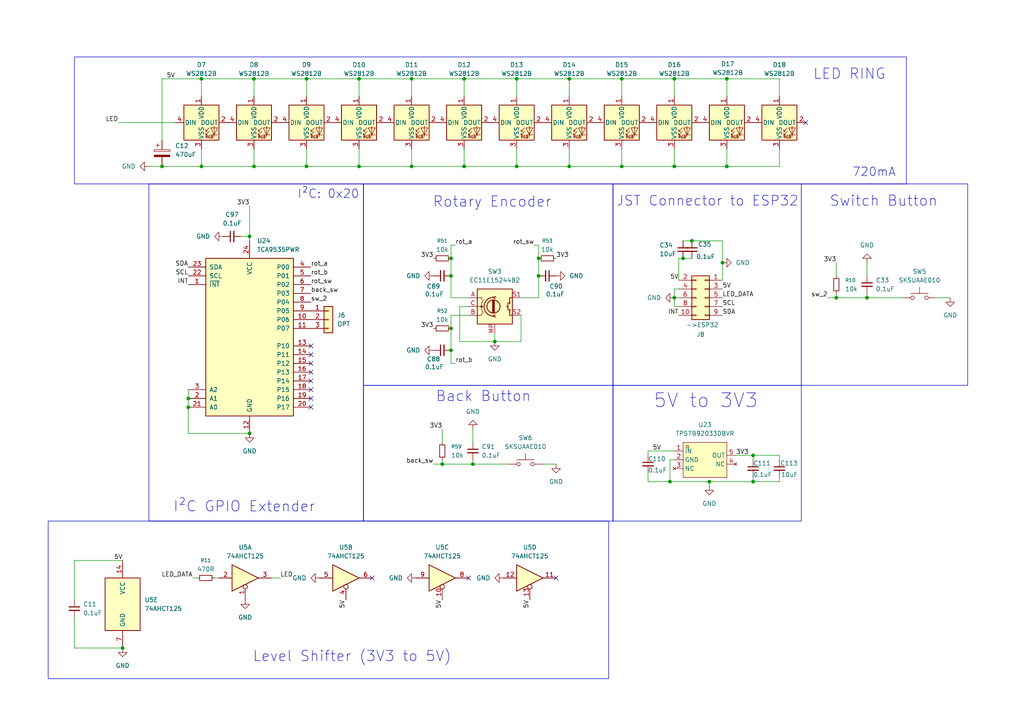
<source format=kicad_sch>
(kicad_sch (version 20250114) (generator "eeschema") (generator_version "9.0")
  (paper "A4")
  (lib_symbols
    (symbol "74xx:74AHCT125" (pin_names (offset 1.016))
      (property "Reference" "U" (at 0 1.27 0))
      (property "Value" "74AHCT125" (at 0 -1.27 0))
      (symbol "74AHCT125_1_0"
        (polyline (pts (xy -3.81 3.81) (xy -3.81 -3.81) (xy 3.81 0) (xy -3.81 3.81)) (stroke (width 0.254)) (fill (type background)))
        (pin input line (at -7.62 0 0) (length 3.81) (name "~") (number "2"))
        (pin input inverted (at 0 -6.35 90) (length 4.445) (name "~") (number "1"))
        (pin tri_state line (at 7.62 0 180) (length 3.81) (name "~") (number "3"))
      )
      (symbol "74AHCT125_2_0"
        (polyline (pts (xy -3.81 3.81) (xy -3.81 -3.81) (xy 3.81 0) (xy -3.81 3.81)) (stroke (width 0.254)) (fill (type background)))
        (pin input line (at -7.62 0 0) (length 3.81) (name "~") (number "5"))
        (pin input inverted (at 0 -6.35 90) (length 4.445) (name "~") (number "4"))
        (pin tri_state line (at 7.62 0 180) (length 3.81) (name "~") (number "6"))
      )
      (symbol "74AHCT125_3_0"
        (polyline (pts (xy -3.81 3.81) (xy -3.81 -3.81) (xy 3.81 0) (xy -3.81 3.81)) (stroke (width 0.254)) (fill (type background)))
        (pin input line (at -7.62 0 0) (length 3.81) (name "~") (number "9"))
        (pin input inverted (at 0 -6.35 90) (length 4.445) (name "~") (number "10"))
        (pin tri_state line (at 7.62 0 180) (length 3.81) (name "~") (number "8"))
      )
      (symbol "74AHCT125_4_0"
        (polyline (pts (xy -3.81 3.81) (xy -3.81 -3.81) (xy 3.81 0) (xy -3.81 3.81)) (stroke (width 0.254)) (fill (type background)))
        (pin input line (at -7.62 0 0) (length 3.81) (name "~") (number "12"))
        (pin input inverted (at 0 -6.35 90) (length 4.445) (name "~") (number "13"))
        (pin tri_state line (at 7.62 0 180) (length 3.81) (name "~") (number "11"))
      )
      (symbol "74AHCT125_5_0"
        (pin power_in line (at 0 12.7 270) (length 5.08) (name "VCC") (number "14"))
        (pin power_in line (at 0 -12.7 90) (length 5.08) (name "GND") (number "7"))
      )
      (symbol "74AHCT125_5_1"
        (rectangle (start -5.08 7.62) (end 5.08 -7.62) (stroke (width 0.254)) (fill (type background)))
      )
    )
    (symbol "Connector_Generic:Conn_01x03" (pin_names (offset 1.016) (hide yes))
      (property "Reference" "J" (at 0 5.08 0))
      (property "Value" "Conn_01x03" (at 0 -5.08 0))
      (symbol "Conn_01x03_1_1"
        (rectangle (start -1.27 3.81) (end 1.27 -3.81) (stroke (width 0.254)) (fill (type background)))
        (rectangle (start -1.27 2.667) (end 0 2.413) (stroke (width 0.1524)))
        (rectangle (start -1.27 0.127) (end 0 -0.127) (stroke (width 0.1524)))
        (rectangle (start -1.27 -2.413) (end 0 -2.667) (stroke (width 0.1524)))
        (pin passive line (at -5.08 2.54 0) (length 3.81) (name "Pin_1") (number "1"))
        (pin passive line (at -5.08 0 0) (length 3.81) (name "Pin_2") (number "2"))
        (pin passive line (at -5.08 -2.54 0) (length 3.81) (name "Pin_3") (number "3"))
      )
    )
    (symbol "Connector_Generic:Conn_02x05_Odd_Even" (pin_names (offset 1.016) (hide yes))
      (property "Reference" "J" (at 1.27 7.62 0))
      (property "Value" "Conn_02x05_Odd_Even" (at 1.27 -7.62 0))
      (symbol "Conn_02x05_Odd_Even_1_1"
        (rectangle (start -1.27 6.35) (end 3.81 -6.35) (stroke (width 0.254)) (fill (type background)))
        (rectangle (start -1.27 5.207) (end 0 4.953) (stroke (width 0.1524)))
        (rectangle (start -1.27 2.667) (end 0 2.413) (stroke (width 0.1524)))
        (rectangle (start -1.27 0.127) (end 0 -0.127) (stroke (width 0.1524)))
        (rectangle (start -1.27 -2.413) (end 0 -2.667) (stroke (width 0.1524)))
        (rectangle (start -1.27 -4.953) (end 0 -5.207) (stroke (width 0.1524)))
        (rectangle (start 3.81 5.207) (end 2.54 4.953) (stroke (width 0.1524)))
        (rectangle (start 3.81 2.667) (end 2.54 2.413) (stroke (width 0.1524)))
        (rectangle (start 3.81 0.127) (end 2.54 -0.127) (stroke (width 0.1524)))
        (rectangle (start 3.81 -2.413) (end 2.54 -2.667) (stroke (width 0.1524)))
        (rectangle (start 3.81 -4.953) (end 2.54 -5.207) (stroke (width 0.1524)))
        (pin passive line (at -5.08 5.08 0) (length 3.81) (name "Pin_1") (number "1"))
        (pin passive line (at -5.08 2.54 0) (length 3.81) (name "Pin_3") (number "3"))
        (pin passive line (at -5.08 0 0) (length 3.81) (name "Pin_5") (number "5"))
        (pin passive line (at -5.08 -2.54 0) (length 3.81) (name "Pin_7") (number "7"))
        (pin passive line (at -5.08 -5.08 0) (length 3.81) (name "Pin_9") (number "9"))
        (pin passive line (at 7.62 5.08 180) (length 3.81) (name "Pin_2") (number "2"))
        (pin passive line (at 7.62 2.54 180) (length 3.81) (name "Pin_4") (number "4"))
        (pin passive line (at 7.62 0 180) (length 3.81) (name "Pin_6") (number "6"))
        (pin passive line (at 7.62 -2.54 180) (length 3.81) (name "Pin_8") (number "8"))
        (pin passive line (at 7.62 -5.08 180) (length 3.81) (name "Pin_10") (number "10"))
      )
    )
    (symbol "Device:C_Polarized" (pin_numbers (hide yes)) (pin_names (offset 0.254))
      (property "Reference" "C" (at 0.635 2.54 0))
      (property "Value" "C_Polarized" (at 0.635 -2.54 0))
      (symbol "C_Polarized_0_1"
        (rectangle (start -2.286 0.508) (end 2.286 1.016))
        (polyline (pts (xy -1.778 2.286) (xy -0.762 2.286)))
        (polyline (pts (xy -1.27 2.794) (xy -1.27 1.778)))
        (rectangle (start 2.286 -0.508) (end -2.286 -1.016) (fill (type outline)))
      )
      (symbol "C_Polarized_1_1"
        (pin passive line (at 0 3.81 270) (length 2.794) (name "~") (number "1"))
        (pin passive line (at 0 -3.81 90) (length 2.794) (name "~") (number "2"))
      )
    )
    (symbol "Device:C_Small" (pin_numbers (hide yes)) (pin_names (offset 0.254) (hide yes))
      (property "Reference" "C" (at 0.254 1.778 0))
      (property "Value" "C_Small" (at 0.254 -2.032 0))
      (symbol "C_Small_0_1"
        (polyline (pts (xy -1.524 0.508) (xy 1.524 0.508)) (stroke (width 0.3048)))
        (polyline (pts (xy -1.524 -0.508) (xy 1.524 -0.508)) (stroke (width 0.3302)))
      )
      (symbol "C_Small_1_1"
        (pin passive line (at 0 2.54 270) (length 2.032) (name "~") (number "1"))
        (pin passive line (at 0 -2.54 90) (length 2.032) (name "~") (number "2"))
      )
    )
    (symbol "Device:R_Small" (pin_numbers (hide yes)) (pin_names (offset 0.254) (hide yes))
      (property "Reference" "R" (at 0 0 90))
      (property "Value" "R_Small" (at 1.778 0 90))
      (symbol "R_Small_0_1"
        (rectangle (start -0.762 1.778) (end 0.762 -1.778) (stroke (width 0.2032)))
      )
      (symbol "R_Small_1_1"
        (pin passive line (at 0 2.54 270) (length 0.762) (name "~") (number "1"))
        (pin passive line (at 0 -2.54 90) (length 0.762) (name "~") (number "2"))
      )
    )
    (symbol "Device:RotaryEncoder_Switch_MP" (pin_names (offset 0.254) (hide yes))
      (property "Reference" "SW" (at 0 8.89 0))
      (property "Value" "RotaryEncoder_Switch_MP" (at 0 6.35 0))
      (symbol "RotaryEncoder_Switch_MP_0_1"
        (rectangle (start -5.08 5.08) (end 5.08 -5.08) (stroke (width 0.254)) (fill (type background)))
        (polyline (pts (xy -5.08 2.54) (xy -3.81 2.54) (xy -3.81 2.032)))
        (polyline (pts (xy -5.08 0) (xy -3.81 0) (xy -3.81 -1.016) (xy -3.302 -2.032)))
        (polyline (pts (xy -5.08 -2.54) (xy -3.81 -2.54) (xy -3.81 -2.032)))
        (polyline (pts (xy -4.318 0) (xy -3.81 0) (xy -3.81 1.016) (xy -3.302 2.032)))
        (circle (center -3.81 0) (radius 0.254) (fill (type outline)))
        (polyline (pts (xy -0.635 -1.778) (xy -0.635 1.778)) (stroke (width 0.254)))
        (circle (center -0.381 0) (radius 1.905) (stroke (width 0.254)))
        (polyline (pts (xy -0.381 -1.778) (xy -0.381 1.778)) (stroke (width 0.254)))
        (arc (start -0.381 -2.794) (mid -3.0988 -0.0635) (end -0.381 2.667) (stroke (width 0.254)))
        (polyline (pts (xy -0.127 1.778) (xy -0.127 -1.778)) (stroke (width 0.254)))
        (polyline (pts (xy 0.254 2.921) (xy -0.508 2.667) (xy 0.127 2.286)) (stroke (width 0.254)))
        (polyline (pts (xy 0.254 -3.048) (xy -0.508 -2.794) (xy 0.127 -2.413)) (stroke (width 0.254)))
        (polyline (pts (xy 3.81 1.016) (xy 3.81 -1.016)) (stroke (width 0.254)))
        (polyline (pts (xy 3.81 0) (xy 3.429 0)) (stroke (width 0.254)))
        (circle (center 4.318 1.016) (radius 0.127) (stroke (width 0.254)))
        (circle (center 4.318 -1.016) (radius 0.127) (stroke (width 0.254)))
        (polyline (pts (xy 5.08 2.54) (xy 4.318 2.54) (xy 4.318 1.016)) (stroke (width 0.254)))
        (polyline (pts (xy 5.08 -2.54) (xy 4.318 -2.54) (xy 4.318 -1.016)) (stroke (width 0.254)))
      )
      (symbol "RotaryEncoder_Switch_MP_1_1"
        (pin passive line (at -7.62 2.54 0) (length 2.54) (name "A") (number "A"))
        (pin passive line (at -7.62 0 0) (length 2.54) (name "C") (number "C"))
        (pin passive line (at -7.62 -2.54 0) (length 2.54) (name "B") (number "B"))
        (pin passive line (at 0 -7.62 90) (length 2.54) (name "MP") (number "MP"))
        (pin passive line (at 7.62 2.54 180) (length 2.54) (name "S1") (number "S1"))
        (pin passive line (at 7.62 -2.54 180) (length 2.54) (name "S2") (number "S2"))
      )
    )
    (symbol "Interface_Expansion:TCA9535PWR" (pin_names (offset 1.016))
      (property "Reference" "U" (at -11.43 24.13 0))
      (property "Value" "TCA9535PWR" (at 0 0 0))
      (symbol "TCA9535PWR_0_1"
        (rectangle (start -12.7 22.86) (end 12.7 -22.86) (stroke (width 0.254)) (fill (type background)))
      )
      (symbol "TCA9535PWR_1_1"
        (pin bidirectional line (at -17.78 20.32 0) (length 5.08) (name "SDA") (number "23"))
        (pin input line (at -17.78 17.78 0) (length 5.08) (name "SCL") (number "22"))
        (pin open_collector line (at -17.78 15.24 0) (length 5.08) (name "~{INT}") (number "1"))
        (pin input line (at -17.78 -15.24 0) (length 5.08) (name "A2") (number "3"))
        (pin input line (at -17.78 -17.78 0) (length 5.08) (name "A1") (number "2"))
        (pin input line (at -17.78 -20.32 0) (length 5.08) (name "A0") (number "21"))
        (pin power_in line (at 0 27.94 270) (length 5.08) (name "VCC") (number "24"))
        (pin power_in line (at 0 -27.94 90) (length 5.08) (name "GND") (number "12"))
        (pin bidirectional line (at 17.78 20.32 180) (length 5.08) (name "P00") (number "4"))
        (pin bidirectional line (at 17.78 17.78 180) (length 5.08) (name "P01") (number "5"))
        (pin bidirectional line (at 17.78 15.24 180) (length 5.08) (name "P02") (number "6"))
        (pin bidirectional line (at 17.78 12.7 180) (length 5.08) (name "P03") (number "7"))
        (pin bidirectional line (at 17.78 10.16 180) (length 5.08) (name "P04") (number "8"))
        (pin bidirectional line (at 17.78 7.62 180) (length 5.08) (name "P05") (number "9"))
        (pin bidirectional line (at 17.78 5.08 180) (length 5.08) (name "P06") (number "10"))
        (pin bidirectional line (at 17.78 2.54 180) (length 5.08) (name "P07") (number "11"))
        (pin bidirectional line (at 17.78 -2.54 180) (length 5.08) (name "P10") (number "13"))
        (pin bidirectional line (at 17.78 -5.08 180) (length 5.08) (name "P11") (number "14"))
        (pin bidirectional line (at 17.78 -7.62 180) (length 5.08) (name "P12") (number "15"))
        (pin bidirectional line (at 17.78 -10.16 180) (length 5.08) (name "P13") (number "16"))
        (pin bidirectional line (at 17.78 -12.7 180) (length 5.08) (name "P14") (number "17"))
        (pin bidirectional line (at 17.78 -15.24 180) (length 5.08) (name "P15") (number "18"))
        (pin bidirectional line (at 17.78 -17.78 180) (length 5.08) (name "P16") (number "19"))
        (pin bidirectional line (at 17.78 -20.32 180) (length 5.08) (name "P17") (number "20"))
      )
    )
    (symbol "LED:WS2812B" (pin_names (offset 0.254))
      (property "Reference" "D" (at 5.08 5.715 0))
      (property "Value" "WS2812B" (at 1.27 -5.715 0))
      (symbol "WS2812B_0_0"
        (text "RGB" (at 2.286 -4.191 0) (effects (font (size 0.762 0.762))))
      )
      (symbol "WS2812B_0_1"
        (polyline (pts (xy 1.27 -2.54) (xy 1.778 -2.54)))
        (polyline (pts (xy 1.27 -3.556) (xy 1.778 -3.556)))
        (polyline (pts (xy 2.286 -1.524) (xy 1.27 -2.54) (xy 1.27 -2.032)))
        (polyline (pts (xy 2.286 -2.54) (xy 1.27 -3.556) (xy 1.27 -3.048)))
        (polyline (pts (xy 3.683 -1.016) (xy 3.683 -3.556) (xy 3.683 -4.064)))
        (polyline (pts (xy 4.699 -1.524) (xy 2.667 -1.524) (xy 3.683 -3.556) (xy 4.699 -1.524)))
        (polyline (pts (xy 4.699 -3.556) (xy 2.667 -3.556)))
        (rectangle (start 5.08 5.08) (end -5.08 -5.08) (stroke (width 0.254)) (fill (type background)))
      )
      (symbol "WS2812B_1_1"
        (pin input line (at -7.62 0 0) (length 2.54) (name "DIN") (number "4"))
        (pin power_in line (at 0 7.62 270) (length 2.54) (name "VDD") (number "1"))
        (pin power_in line (at 0 -7.62 90) (length 2.54) (name "VSS") (number "3"))
        (pin output line (at 7.62 0 180) (length 2.54) (name "DOUT") (number "2"))
      )
    )
    (symbol "Switch:SW_Push" (pin_numbers (hide yes)) (pin_names (offset 1.016) (hide yes))
      (property "Reference" "SW" (at 1.27 2.54 0))
      (property "Value" "SW_Push" (at 0 -1.524 0))
      (symbol "SW_Push_0_1"
        (circle (center -2.032 0) (radius 0.508))
        (polyline (pts (xy 0 1.27) (xy 0 3.048)))
        (circle (center 2.032 0) (radius 0.508))
        (polyline (pts (xy 2.54 1.27) (xy -2.54 1.27)))
        (pin passive line (at -5.08 0 0) (length 2.54) (name "1") (number "1"))
        (pin passive line (at 5.08 0 180) (length 2.54) (name "2") (number "2"))
      )
    )
    (symbol "easyeda2kicad:TPS7B92033DBVR"
      (property "Reference" "U" (at 0 7.62 0))
      (property "Value" "TPS7B92033DBVR" (at 0 -7.62 0))
      (symbol "TPS7B92033DBVR_0_1"
        (rectangle (start -6.35 5.08) (end 6.35 -5.08) (fill (type background)))
        (circle (center -5.08 3.81) (radius 0.38))
      )
      (symbol "TPS7B92033DBVR_1_1"
        (pin power_in line (at -8.89 2.54 0) (length 2.54) (name "IN") (number "1"))
        (pin power_in line (at -8.89 0 0) (length 2.54) (name "GND") (number "2"))
        (pin no_connect line (at -8.89 -2.54 0) (length 2.54) (name "NC") (number "3"))
        (pin power_out line (at 8.89 1.27 180) (length 2.54) (name "OUT") (number "5"))
        (pin no_connect line (at 8.89 -1.27 180) (length 2.54) (name "NC") (number "4"))
      )
    )
    (symbol "power:GND" (power) (pin_numbers (hide yes)) (pin_names (offset 0) (hide yes))
      (property "Value" "GND" (at 0 -3.81 0))
      (symbol "GND_0_1"
        (polyline (pts (xy 0 0) (xy 0 -1.27) (xy 1.27 -1.27) (xy 0 -2.54) (xy -1.27 -1.27) (xy 0 -1.27)))
      )
      (symbol "GND_1_1"
        (pin power_in line (at 0 0 270) (length 0) (name "~") (number "1"))
      )
    )
  )
  (rectangle (start 43.18 53.34) (end 105.41 151.13))
  (rectangle (start 105.41 111.76) (end 177.8 151.13))
  (rectangle (start 105.41 53.34) (end 177.8 111.76))
  (rectangle (start 232.41 53.34) (end 280.67 111.76))
  (rectangle (start 177.8 111.76) (end 232.41 151.13))
  (rectangle (start 177.8 53.34) (end 232.41 111.76))
  (rectangle (start 21.59 16.51) (end 262.89 53.34))
  (rectangle (start 13.97 151.13) (end 176.53 196.85))
  (text "I²C: 0x20" (at 95.25 56.388 0) (effects (font (size 2.5 2.5))))
  (text "JST Connector to ESP32" (at 205.232 58.42 0) (effects (font (size 2.85 2.85))))
  (text "LED RING" (at 246.38 21.59 0) (effects (font (size 3 3))))
  (text "I²C GPIO Extender" (at 70.866 147.066 0) (effects (font (size 3 3))))
  (text "Rotary Encoder" (at 142.748 58.674 0) (effects (font (size 3 3))))
  (text "720mA" (at 253.492 50.038 0) (effects (font (size 2.5 2.5))))
  (text "Back Button" (at 140.208 115.062 0) (effects (font (size 3 3))))
  (text "5V to 3V3" (at 204.724 116.332 0) (effects (font (size 4 4))))
  (text "Switch Button" (at 256.286 58.42 0) (effects (font (size 3 3))))
  (text "Level Shifter (3V3 to 5V)" (at 102.108 190.5 0) (effects (font (size 3 3))))
  (junction (at 149.86 48.26))
  (junction (at 195.58 86.36))
  (junction (at 134.62 22.86))
  (junction (at 88.9 48.26))
  (junction (at 72.39 125.73))
  (junction (at 143.51 99.06))
  (junction (at 242.57 86.36))
  (junction (at 73.66 48.26))
  (junction (at 130.81 80.01))
  (junction (at 72.39 68.58))
  (junction (at 130.81 101.6))
  (junction (at 130.81 74.93))
  (junction (at 104.14 48.26))
  (junction (at 58.42 22.86))
  (junction (at 156.21 80.01))
  (junction (at 210.82 48.26))
  (junction (at 210.82 22.86))
  (junction (at 205.74 139.7))
  (junction (at 195.58 22.86))
  (junction (at 180.34 22.86))
  (junction (at 128.27 134.62))
  (junction (at 119.38 48.26))
  (junction (at 180.34 48.26))
  (junction (at 218.44 132.08))
  (junction (at 134.62 48.26))
  (junction (at 195.58 48.26))
  (junction (at 251.46 86.36))
  (junction (at 54.61 115.57))
  (junction (at 200.66 69.85))
  (junction (at 54.61 118.11))
  (junction (at 73.66 22.86))
  (junction (at 156.21 74.93))
  (junction (at 46.99 48.26))
  (junction (at 104.14 22.86))
  (junction (at 58.42 48.26))
  (junction (at 209.55 76.2))
  (junction (at 88.9 22.86))
  (junction (at 165.1 48.26))
  (junction (at 198.12 74.93))
  (junction (at 149.86 22.86))
  (junction (at 165.1 22.86))
  (junction (at 137.16 134.62))
  (junction (at 218.44 139.7))
  (junction (at 194.31 139.7))
  (junction (at 35.56 187.96))
  (junction (at 119.38 22.86))
  (junction (at 130.81 95.25))
  (no_connect (at 107.95 167.64))
  (no_connect (at 90.17 115.57))
  (no_connect (at 161.29 167.64))
  (no_connect (at 90.17 118.11))
  (no_connect (at 135.89 167.64))
  (no_connect (at 90.17 107.95))
  (no_connect (at 233.68 35.56))
  (no_connect (at 90.17 110.49))
  (no_connect (at 90.17 100.33))
  (no_connect (at 90.17 113.03))
  (no_connect (at 90.17 105.41))
  (no_connect (at 90.17 102.87))
  (wire (pts (xy 143.51 96.52) (xy 143.51 99.06)))
  (wire (pts (xy 180.34 22.86) (xy 180.34 27.94)))
  (wire (pts (xy 135.89 91.44) (xy 130.81 91.44)))
  (wire (pts (xy 73.66 43.18) (xy 73.66 48.26)))
  (wire (pts (xy 251.46 76.2) (xy 251.46 80.01)))
  (wire (pts (xy 195.58 22.86) (xy 210.82 22.86)))
  (wire (pts (xy 63.5 167.64) (xy 62.23 167.64)))
  (wire (pts (xy 156.21 80.01) (xy 156.21 74.93)))
  (wire (pts (xy 104.14 48.26) (xy 119.38 48.26)))
  (wire (pts (xy 35.56 187.96) (xy 21.59 187.96)))
  (wire (pts (xy 130.81 80.01) (xy 130.81 86.36)))
  (wire (pts (xy 210.82 43.18) (xy 210.82 48.26)))
  (wire (pts (xy 78.74 167.64) (xy 81.28 167.64)))
  (wire (pts (xy 58.42 48.26) (xy 73.66 48.26)))
  (wire (pts (xy 58.42 22.86) (xy 58.42 27.94)))
  (wire (pts (xy 242.57 85.09) (xy 242.57 86.36)))
  (wire (pts (xy 104.14 22.86) (xy 119.38 22.86)))
  (wire (pts (xy 187.96 130.81) (xy 195.58 130.81)))
  (wire (pts (xy 195.58 83.82) (xy 195.58 86.36)))
  (wire (pts (xy 88.9 48.26) (xy 104.14 48.26)))
  (wire (pts (xy 72.39 68.58) (xy 72.39 69.85)))
  (wire (pts (xy 130.81 95.25) (xy 130.81 101.6)))
  (wire (pts (xy 194.31 133.35) (xy 195.58 133.35)))
  (wire (pts (xy 195.58 48.26) (xy 210.82 48.26)))
  (wire (pts (xy 240.03 86.36) (xy 242.57 86.36)))
  (wire (pts (xy 149.86 48.26) (xy 165.1 48.26)))
  (wire (pts (xy 156.21 74.93) (xy 156.21 71.12)))
  (wire (pts (xy 226.06 43.18) (xy 226.06 48.26)))
  (wire (pts (xy 130.81 71.12) (xy 132.08 71.12)))
  (wire (pts (xy 134.62 48.26) (xy 149.86 48.26)))
  (wire (pts (xy 218.44 132.08) (xy 226.06 132.08)))
  (wire (pts (xy 130.81 101.6) (xy 130.81 105.41)))
  (wire (pts (xy 218.44 138.43) (xy 218.44 139.7)))
  (wire (pts (xy 119.38 43.18) (xy 119.38 48.26)))
  (wire (pts (xy 195.58 43.18) (xy 195.58 48.26)))
  (wire (pts (xy 218.44 139.7) (xy 226.06 139.7)))
  (wire (pts (xy 149.86 22.86) (xy 165.1 22.86)))
  (wire (pts (xy 198.12 74.93) (xy 200.66 74.93)))
  (wire (pts (xy 218.44 139.7) (xy 205.74 139.7)))
  (wire (pts (xy 209.55 76.2) (xy 209.55 81.28)))
  (wire (pts (xy 46.99 22.86) (xy 58.42 22.86)))
  (wire (pts (xy 130.81 91.44) (xy 130.81 95.25)))
  (wire (pts (xy 213.36 132.08) (xy 218.44 132.08)))
  (wire (pts (xy 195.58 86.36) (xy 195.58 88.9)))
  (wire (pts (xy 195.58 86.36) (xy 196.85 86.36)))
  (wire (pts (xy 143.51 99.06) (xy 133.35 99.06)))
  (wire (pts (xy 194.31 139.7) (xy 187.96 139.7)))
  (wire (pts (xy 187.96 139.7) (xy 187.96 137.16)))
  (wire (pts (xy 58.42 22.86) (xy 73.66 22.86)))
  (wire (pts (xy 128.27 133.35) (xy 128.27 134.62)))
  (wire (pts (xy 242.57 86.36) (xy 251.46 86.36)))
  (wire (pts (xy 187.96 132.08) (xy 187.96 130.81)))
  (wire (pts (xy 165.1 48.26) (xy 180.34 48.26)))
  (wire (pts (xy 134.62 22.86) (xy 134.62 27.94)))
  (wire (pts (xy 88.9 43.18) (xy 88.9 48.26)))
  (wire (pts (xy 133.35 88.9) (xy 135.89 88.9)))
  (wire (pts (xy 88.9 22.86) (xy 88.9 27.94)))
  (wire (pts (xy 226.06 133.35) (xy 226.06 132.08)))
  (wire (pts (xy 210.82 48.26) (xy 226.06 48.26)))
  (wire (pts (xy 154.94 71.12) (xy 156.21 71.12)))
  (wire (pts (xy 194.31 133.35) (xy 194.31 139.7)))
  (wire (pts (xy 128.27 124.46) (xy 128.27 128.27)))
  (wire (pts (xy 73.66 22.86) (xy 88.9 22.86)))
  (wire (pts (xy 54.61 118.11) (xy 54.61 125.73)))
  (wire (pts (xy 46.99 22.86) (xy 46.99 40.64)))
  (wire (pts (xy 195.58 22.86) (xy 195.58 27.94)))
  (wire (pts (xy 133.35 99.06) (xy 133.35 88.9)))
  (wire (pts (xy 134.62 22.86) (xy 149.86 22.86)))
  (wire (pts (xy 104.14 22.86) (xy 104.14 27.94)))
  (wire (pts (xy 88.9 22.86) (xy 104.14 22.86)))
  (wire (pts (xy 143.51 99.06) (xy 151.13 99.06)))
  (wire (pts (xy 161.29 134.62) (xy 157.48 134.62)))
  (wire (pts (xy 54.61 113.03) (xy 54.61 115.57)))
  (wire (pts (xy 226.06 139.7) (xy 226.06 138.43)))
  (wire (pts (xy 137.16 134.62) (xy 147.32 134.62)))
  (wire (pts (xy 137.16 133.35) (xy 137.16 134.62)))
  (wire (pts (xy 209.55 69.85) (xy 209.55 76.2)))
  (wire (pts (xy 134.62 43.18) (xy 134.62 48.26)))
  (wire (pts (xy 119.38 22.86) (xy 119.38 27.94)))
  (wire (pts (xy 180.34 48.26) (xy 195.58 48.26)))
  (wire (pts (xy 205.74 139.7) (xy 194.31 139.7)))
  (wire (pts (xy 156.21 86.36) (xy 156.21 80.01)))
  (wire (pts (xy 104.14 43.18) (xy 104.14 48.26)))
  (wire (pts (xy 165.1 22.86) (xy 180.34 22.86)))
  (wire (pts (xy 149.86 43.18) (xy 149.86 48.26)))
  (wire (pts (xy 196.85 83.82) (xy 195.58 83.82)))
  (wire (pts (xy 43.18 48.26) (xy 46.99 48.26)))
  (wire (pts (xy 151.13 99.06) (xy 151.13 91.44)))
  (wire (pts (xy 130.81 74.93) (xy 130.81 80.01)))
  (wire (pts (xy 198.12 69.85) (xy 200.66 69.85)))
  (wire (pts (xy 251.46 85.09) (xy 251.46 86.36)))
  (wire (pts (xy 151.13 86.36) (xy 156.21 86.36)))
  (wire (pts (xy 196.85 81.28) (xy 196.85 74.93)))
  (wire (pts (xy 73.66 48.26) (xy 88.9 48.26)))
  (wire (pts (xy 34.29 35.56) (xy 50.8 35.56)))
  (wire (pts (xy 165.1 22.86) (xy 165.1 27.94)))
  (wire (pts (xy 55.88 167.64) (xy 57.15 167.64)))
  (wire (pts (xy 242.57 76.2) (xy 242.57 80.01)))
  (wire (pts (xy 128.27 134.62) (xy 137.16 134.62)))
  (wire (pts (xy 46.99 48.26) (xy 58.42 48.26)))
  (wire (pts (xy 21.59 187.96) (xy 21.59 179.07)))
  (wire (pts (xy 196.85 74.93) (xy 198.12 74.93)))
  (wire (pts (xy 218.44 133.35) (xy 218.44 132.08)))
  (wire (pts (xy 119.38 22.86) (xy 134.62 22.86)))
  (wire (pts (xy 130.81 105.41) (xy 132.08 105.41)))
  (wire (pts (xy 149.86 22.86) (xy 149.86 27.94)))
  (wire (pts (xy 54.61 125.73) (xy 72.39 125.73)))
  (wire (pts (xy 251.46 86.36) (xy 261.62 86.36)))
  (wire (pts (xy 200.66 69.85) (xy 209.55 69.85)))
  (wire (pts (xy 180.34 43.18) (xy 180.34 48.26)))
  (wire (pts (xy 125.73 134.62) (xy 128.27 134.62)))
  (wire (pts (xy 72.39 68.58) (xy 69.85 68.58)))
  (wire (pts (xy 21.59 173.99) (xy 21.59 162.56)))
  (wire (pts (xy 226.06 22.86) (xy 226.06 27.94)))
  (wire (pts (xy 196.85 88.9) (xy 195.58 88.9)))
  (wire (pts (xy 275.59 86.36) (xy 271.78 86.36)))
  (wire (pts (xy 72.39 59.69) (xy 72.39 68.58)))
  (wire (pts (xy 137.16 124.46) (xy 137.16 128.27)))
  (wire (pts (xy 54.61 115.57) (xy 54.61 118.11)))
  (wire (pts (xy 21.59 162.56) (xy 35.56 162.56)))
  (wire (pts (xy 210.82 22.86) (xy 226.06 22.86)))
  (wire (pts (xy 73.66 22.86) (xy 73.66 27.94)))
  (wire (pts (xy 119.38 48.26) (xy 134.62 48.26)))
  (wire (pts (xy 205.74 140.97) (xy 205.74 139.7)))
  (wire (pts (xy 130.81 74.93) (xy 130.81 71.12)))
  (wire (pts (xy 58.42 43.18) (xy 58.42 48.26)))
  (wire (pts (xy 165.1 43.18) (xy 165.1 48.26)))
  (wire (pts (xy 210.82 22.86) (xy 210.82 27.94)))
  (wire (pts (xy 135.89 86.36) (xy 130.81 86.36)))
  (wire (pts (xy 180.34 22.86) (xy 195.58 22.86)))
  (label "5V" (at 196.85 81.28 180))
  (label "rot_a" (at 90.17 77.47 0))
  (label "5V" (at 191.77 130.81 180))
  (label "back_sw" (at 125.73 134.62 180))
  (label "3V3" (at 161.29 74.93 0))
  (label "LED" (at 34.29 35.56 180))
  (label "3V3" (at 128.27 124.46 180))
  (label "3V3" (at 125.73 95.25 180))
  (label "5V" (at 209.55 83.82 0))
  (label "LED_DATA" (at 209.55 86.36 0))
  (label "back_sw" (at 90.17 85.09 0))
  (label "SDA" (at 209.55 91.44 0))
  (label "SCL" (at 54.61 80.01 180))
  (label "3V3" (at 125.73 74.93 180))
  (label "rot_b" (at 90.17 80.01 0))
  (label "LED_DATA" (at 55.88 167.64 180))
  (label "5V" (at 50.8 22.86 180))
  (label "INT" (at 196.85 91.44 180))
  (label "5V" (at 153.67 173.99 270))
  (label "rot_sw" (at 90.17 82.55 0))
  (label "sw_2" (at 90.17 87.63 0))
  (label "sw_2" (at 240.03 86.36 180))
  (label "3V3" (at 242.57 76.2 180))
  (label "rot_a" (at 132.08 71.12 0))
  (label "3V3" (at 217.17 132.08 180))
  (label "rot_b" (at 132.08 105.41 0))
  (label "LED" (at 81.28 167.64 0))
  (label "5V" (at 100.33 173.99 270))
  (label "3V3" (at 72.39 59.69 180))
  (label "rot_sw" (at 154.94 71.12 180))
  (label "5V" (at 128.27 173.99 270))
  (label "5V" (at 35.56 162.56 180))
  (label "SDA" (at 54.61 77.47 180))
  (label "SCL" (at 209.55 88.9 0))
  (label "INT" (at 54.61 82.55 180))
  (symbol (lib_id "Interface_Expansion:TCA9535PWR") (at 72.39 97.79 0) (unit 1)
    (property "Reference" "U3" (at 74.5333 69.85 0) (effects (justify left)))
    (property "Value" "TCA9535PWR" (at 74.5333 72.39 0) (effects (justify left)))
    (property "Footprint" "Package_SO:TSSOP-24_4.4x7.8mm_P0.65mm" (effects (hide yes)))
    (property "Datasheet" "http://www.ti.com/lit/ds/symlink/tca9535.pdf" (effects (hide yes)))
    (property "Description" "16-bit I/O expander, I2C and SMBus interface, interrupts, w/o pull-ups, TSSOP-24 package" (effects (hide yes)))
    (instances (project "" (path "" (reference "U24") (unit 1))) (project "hid" (path "" (reference "U3") (unit 1))))
  )
  (symbol (lib_id "Device:C_Small") (at 198.12 72.39 0) (unit 1)
    (property "Reference" "C34" (at 191.262 71.12 0) (effects (justify left)))
    (property "Value" "10uF" (at 191.262 73.66 0) (effects (justify left)))
    (property "Footprint" "Capacitor_SMD:C_0805_2012Metric" (effects (hide yes)))
    (property "Description" "Unpolarized capacitor, small symbol" (effects (hide yes)))
  )
  (symbol (lib_id "Switch:SW_Push") (at 266.7 86.36 0) (unit 1)
    (property "Reference" "SW5" (at 266.7 78.74 0))
    (property "Value" "SKSUAAE010" (at 266.7 81.28 0))
    (property "Footprint" "easyeda2kicad:KEY-SMD_SKSUAAE010" (effects (hide yes)))
    (property "Description" "Push button switch, generic, two pins" (effects (hide yes)))
  )
  (symbol (lib_id "power:GND") (at 137.16 124.46 180) (unit 1)
    (property "Reference" "#PWR010" (effects (hide yes)))
    (property "Value" "GND" (at 137.16 119.38 0))
    (property "Description" "Power symbol creates a global label with name \"GND\" , ground" (effects (hide yes)))
  )
  (symbol (lib_id "Device:R_Small") (at 158.75 74.93 270) (mirror x) (unit 1)
    (property "Reference" "R9" (at 158.75 69.85 90) (effects (font (size 1.016 1.016))))
    (property "Value" "10k" (at 158.75 72.39 90))
    (property "Footprint" "Resistor_SMD:R_0603_1608Metric" (effects (hide yes)))
    (property "Description" "Resistor, small symbol" (effects (hide yes)))
    (instances (project "Tisch" (path "" (reference "R53") (unit 1))) (project "hid" (path "" (reference "R9") (unit 1))))
  )
  (symbol (lib_id "LED:WS2812B") (at 165.1 35.56 0) (unit 1)
    (property "Reference" "D8" (at 165.1 18.796 0))
    (property "Value" "WS2812B" (at 165.1 21.336 0))
    (property "Footprint" "LED_SMD:LED_WS2812B_PLCC4_5.0x5.0mm_P3.2mm" (effects (hide yes)))
    (property "Datasheet" "https://cdn-shop.adafruit.com/datasheets/WS2812B.pdf" (effects (hide yes)))
    (property "Description" "RGB LED with integrated controller" (effects (hide yes)))
    (property "LCSC" "C2874885" (effects (hide yes)))
    (instances (project "Tisch" (path "" (reference "D14") (unit 1))) (project "hid" (path "" (reference "D8") (unit 1))))
  )
  (symbol (lib_id "74xx:74AHCT125") (at 153.67 167.64 0) (unit 4)
    (property "Reference" "U5" (at 153.67 158.75 0))
    (property "Value" "74AHCT125" (at 153.67 161.29 0))
    (property "Footprint" "easyeda2kicad:VQFN-14_L3.5-W3.5-P0.50-BL-EP" (effects (hide yes)))
    (property "Datasheet" "https://www.ti.com/lit/ds/symlink/sn74ahct125.pdf" (effects (hide yes)))
    (property "Description" "Quadruple Bus Buffer Gates With 3-State Outputs" (effects (hide yes)))
    (property "LCSC" "C2675532" (effects (hide yes)))
  )
  (symbol (lib_id "Device:C_Small") (at 137.16 130.81 0) (unit 1)
    (property "Reference" "C20" (at 139.7 129.5462 0) (effects (justify left)))
    (property "Value" "0.1uF" (at 139.7 132.0862 0) (effects (justify left)))
    (property "Footprint" "Capacitor_SMD:C_0603_1608Metric" (effects (hide yes)))
    (property "Description" "Unpolarized capacitor, small symbol" (effects (hide yes)))
    (instances (project "" (path "" (reference "C91") (unit 1))) (project "hid" (path "" (reference "C20") (unit 1))))
  )
  (symbol (lib_id "power:GND") (at 275.59 86.36 0) (unit 1)
    (property "Reference" "#PWR01" (effects (hide yes)))
    (property "Value" "GND" (at 275.59 91.44 0))
    (property "Description" "Power symbol creates a global label with name \"GND\" , ground" (effects (hide yes)))
  )
  (symbol (lib_id "power:GND") (at 125.73 80.01 270) (unit 1)
    (property "Reference" "#PWR0117" (effects (hide yes)))
    (property "Value" "GND" (at 121.92 80.0099 90) (effects (justify right)))
    (property "Description" "Power symbol creates a global label with name \"GND\" , ground" (effects (hide yes)))
    (instances (project "" (path "" (reference "#PWR0116") (unit 1))) (project "hid" (path "" (reference "#PWR0117") (unit 1))))
  )
  (symbol (lib_id "power:GND") (at 205.74 140.97 0) (unit 1)
    (property "Reference" "#PWR0121" (effects (hide yes)))
    (property "Value" "GND" (at 205.74 146.05 0))
    (property "Description" "Power symbol creates a global label with name \"GND\" , ground" (effects (hide yes)))
    (instances (project "Tisch" (path "" (reference "#PWR0133") (unit 1))) (project "hid" (path "" (reference "#PWR0121") (unit 1))))
  )
  (symbol (lib_id "power:GND") (at 125.73 101.6 270) (unit 1)
    (property "Reference" "#PWR0115" (effects (hide yes)))
    (property "Value" "GND" (at 121.92 101.5999 90) (effects (justify right)))
    (property "Description" "Power symbol creates a global label with name \"GND\" , ground" (effects (hide yes)))
    (instances (project "" (path "" (reference "#PWR0117") (unit 1))) (project "hid" (path "" (reference "#PWR0115") (unit 1))))
  )
  (symbol (lib_id "Device:C_Small") (at 200.66 72.39 0) (unit 1)
    (property "Reference" "C35" (at 202.438 70.866 0) (effects (justify left)))
    (property "Value" "0.1uF" (at 201.93 74.422 0) (effects (justify left)))
    (property "Footprint" "Capacitor_SMD:C_0603_1608Metric" (effects (hide yes)))
    (property "Description" "Unpolarized capacitor, small symbol" (effects (hide yes)))
  )
  (symbol (lib_id "power:GND") (at 72.39 125.73 0) (unit 1)
    (property "Reference" "#PWR0116" (effects (hide yes)))
    (property "Value" "GND" (at 72.39 130.81 0))
    (property "Description" "Power symbol creates a global label with name \"GND\" , ground" (effects (hide yes)))
    (instances (project "" (path "" (reference "#PWR0128") (unit 1))) (project "hid" (path "" (reference "#PWR0116") (unit 1))))
  )
  (symbol (lib_id "power:GND") (at 35.56 187.96 0) (unit 1)
    (property "Reference" "#PWR03" (effects (hide yes)))
    (property "Value" "GND" (at 35.56 193.04 0))
    (property "Description" "Power symbol creates a global label with name \"GND\" , ground" (effects (hide yes)))
  )
  (symbol (lib_id "Device:R_Small") (at 242.57 82.55 0) (unit 1)
    (property "Reference" "R10" (at 245.11 81.2799 0) (effects (font (size 1.016 1.016)) (justify left)))
    (property "Value" "10k" (at 245.11 83.8199 0) (effects (justify left)))
    (property "Footprint" "Resistor_SMD:R_0603_1608Metric" (effects (hide yes)))
    (property "Description" "Resistor, small symbol" (effects (hide yes)))
  )
  (symbol (lib_id "LED:WS2812B") (at 58.42 35.56 0) (unit 1)
    (property "Reference" "D1" (at 58.42 18.796 0))
    (property "Value" "WS2812B" (at 58.42 21.336 0))
    (property "Footprint" "LED_SMD:LED_WS2812B_PLCC4_5.0x5.0mm_P3.2mm" (effects (hide yes)))
    (property "Datasheet" "https://cdn-shop.adafruit.com/datasheets/WS2812B.pdf" (effects (hide yes)))
    (property "Description" "RGB LED with integrated controller" (effects (hide yes)))
    (property "LCSC" "C2874885" (effects (hide yes)))
    (instances (project "Tisch" (path "" (reference "D7") (unit 1))) (project "hid" (path "" (reference "D1") (unit 1))))
  )
  (symbol (lib_id "Device:C_Small") (at 21.59 176.53 0) (unit 1)
    (property "Reference" "C11" (at 24.13 175.2662 0) (effects (justify left)))
    (property "Value" "0.1uF" (at 24.13 177.8062 0) (effects (justify left)))
    (property "Footprint" "Capacitor_SMD:C_0603_1608Metric" (effects (hide yes)))
    (property "Description" "Unpolarized capacitor, small symbol" (effects (hide yes)))
  )
  (symbol (lib_id "power:GND") (at 161.29 80.01 90) (mirror x) (unit 1)
    (property "Reference" "#PWR0118" (effects (hide yes)))
    (property "Value" "GND" (at 165.1 80.0099 90) (effects (justify right)))
    (property "Description" "Power symbol creates a global label with name \"GND\" , ground" (effects (hide yes)))
    (instances (project "Tisch" (path "" (reference "#PWR0119") (unit 1))) (project "hid" (path "" (reference "#PWR0118") (unit 1))))
  )
  (symbol (lib_id "Device:C_Small") (at 128.27 101.6 90) (unit 1)
    (property "Reference" "C19" (at 125.73 104.14 90))
    (property "Value" "0.1uF" (at 125.984 106.426 90))
    (property "Footprint" "Capacitor_SMD:C_0603_1608Metric" (effects (hide yes)))
    (property "Description" "Unpolarized capacitor, small symbol" (effects (hide yes)))
    (instances (project "" (path "" (reference "C88") (unit 1))) (project "hid" (path "" (reference "C19") (unit 1))))
  )
  (symbol (lib_id "74xx:74AHCT125") (at 35.56 175.26 0) (unit 5)
    (property "Reference" "U5" (at 41.91 173.9899 0) (effects (justify left)))
    (property "Value" "74AHCT125" (at 41.91 176.5299 0) (effects (justify left)))
    (property "Footprint" "easyeda2kicad:VQFN-14_L3.5-W3.5-P0.50-BL-EP" (effects (hide yes)))
    (property "Datasheet" "https://www.ti.com/lit/ds/symlink/sn74ahct125.pdf" (effects (hide yes)))
    (property "Description" "Quadruple Bus Buffer Gates With 3-State Outputs" (effects (hide yes)))
    (property "LCSC" "C2675532" (effects (hide yes)))
  )
  (symbol (lib_id "easyeda2kicad:TPS7B92033DBVR") (at 204.47 133.35 0) (unit 1)
    (property "Reference" "U4" (at 204.47 123.19 0))
    (property "Value" "TPS7B92033DBVR" (at 204.47 125.73 0))
    (property "Footprint" "easyeda2kicad:SOT-23-5_L2.9-W1.6-P0.95-LS2.8-BR" (effects (hide yes)))
    (property "LCSC Part" "C32353919" (effects (hide yes)))
    (instances (project "Tisch" (path "" (reference "U23") (unit 1))) (project "hid" (path "" (reference "U4") (unit 1))))
  )
  (symbol (lib_id "power:GND") (at 120.65 167.64 270) (unit 1)
    (property "Reference" "#PWR07" (effects (hide yes)))
    (property "Value" "GND" (at 116.84 167.6399 90) (effects (justify right)))
    (property "Description" "Power symbol creates a global label with name \"GND\" , ground" (effects (hide yes)))
  )
  (symbol (lib_id "power:GND") (at 64.77 68.58 270) (unit 1)
    (property "Reference" "#PWR0114" (effects (hide yes)))
    (property "Value" "GND" (at 60.96 68.5799 90) (effects (justify right)))
    (property "Description" "Power symbol creates a global label with name \"GND\" , ground" (effects (hide yes)))
    (instances (project "" (path "" (reference "#PWR0129") (unit 1))) (project "hid" (path "" (reference "#PWR0114") (unit 1))))
  )
  (symbol (lib_id "LED:WS2812B") (at 180.34 35.56 0) (unit 1)
    (property "Reference" "D9" (at 180.34 18.796 0))
    (property "Value" "WS2812B" (at 180.34 21.336 0))
    (property "Footprint" "LED_SMD:LED_WS2812B_PLCC4_5.0x5.0mm_P3.2mm" (effects (hide yes)))
    (property "Datasheet" "https://cdn-shop.adafruit.com/datasheets/WS2812B.pdf" (effects (hide yes)))
    (property "Description" "RGB LED with integrated controller" (effects (hide yes)))
    (property "LCSC" "C2874885" (effects (hide yes)))
    (instances (project "Tisch" (path "" (reference "D15") (unit 1))) (project "hid" (path "" (reference "D9") (unit 1))))
  )
  (symbol (lib_id "Device:C_Small") (at 158.75 80.01 270) (mirror x) (unit 1)
    (property "Reference" "C23" (at 161.29 83.058 90))
    (property "Value" "0.1uF" (at 161.036 85.344 90))
    (property "Footprint" "Capacitor_SMD:C_0603_1608Metric" (effects (hide yes)))
    (property "Description" "Unpolarized capacitor, small symbol" (effects (hide yes)))
    (instances (project "Tisch" (path "" (reference "C90") (unit 1))) (project "hid" (path "" (reference "C23") (unit 1))))
  )
  (symbol (lib_id "Device:C_Polarized") (at 46.99 44.45 0) (unit 1)
    (property "Reference" "C12" (at 50.8 42.2909 0) (effects (justify left)))
    (property "Value" "470uF" (at 50.8 44.8309 0) (effects (justify left)))
    (property "Footprint" "Capacitor_SMD:CP_Elec_6.3x7.7" (effects (hide yes)))
    (property "Description" "Polarized capacitor" (effects (hide yes)))
  )
  (symbol (lib_id "Device:C_Small") (at 128.27 80.01 90) (unit 1)
    (property "Reference" "C18" (at 125.73 83.058 90))
    (property "Value" "0.1uF" (at 125.984 85.344 90))
    (property "Footprint" "Capacitor_SMD:C_0603_1608Metric" (effects (hide yes)))
    (property "Description" "Unpolarized capacitor, small symbol" (effects (hide yes)))
    (instances (project "" (path "" (reference "C89") (unit 1))) (project "hid" (path "" (reference "C18") (unit 1))))
  )
  (symbol (lib_id "74xx:74AHCT125") (at 71.12 167.64 0) (unit 1)
    (property "Reference" "U5" (at 71.12 158.75 0))
    (property "Value" "74AHCT125" (at 71.12 161.29 0))
    (property "Footprint" "easyeda2kicad:VQFN-14_L3.5-W3.5-P0.50-BL-EP" (effects (hide yes)))
    (property "Datasheet" "https://www.ti.com/lit/ds/symlink/sn74ahct125.pdf" (effects (hide yes)))
    (property "Description" "Quadruple Bus Buffer Gates With 3-State Outputs" (effects (hide yes)))
    (property "LCSC" "C2675532" (effects (hide yes)))
  )
  (symbol (lib_id "Device:C_Small") (at 226.06 135.89 0) (mirror y) (unit 1)
    (property "Reference" "C31" (at 231.394 134.366 0) (effects (justify left)))
    (property "Value" "10uF" (at 231.394 137.668 0) (effects (justify left)))
    (property "Footprint" "Capacitor_SMD:C_0805_2012Metric" (effects (hide yes)))
    (property "Description" "Unpolarized capacitor, small symbol" (effects (hide yes)))
    (instances (project "Tisch" (path "" (reference "C113") (unit 1))) (project "hid" (path "" (reference "C31") (unit 1))))
  )
  (symbol (lib_id "LED:WS2812B") (at 195.58 35.56 0) (unit 1)
    (property "Reference" "D10" (at 195.58 18.796 0))
    (property "Value" "WS2812B" (at 195.58 21.336 0))
    (property "Footprint" "LED_SMD:LED_WS2812B_PLCC4_5.0x5.0mm_P3.2mm" (effects (hide yes)))
    (property "Datasheet" "https://cdn-shop.adafruit.com/datasheets/WS2812B.pdf" (effects (hide yes)))
    (property "Description" "RGB LED with integrated controller" (effects (hide yes)))
    (property "LCSC" "C2874885" (effects (hide yes)))
    (instances (project "Tisch" (path "" (reference "D16") (unit 1))) (project "hid" (path "" (reference "D10") (unit 1))))
  )
  (symbol (lib_id "Connector_Generic:Conn_01x03") (at 95.25 92.71 0) (unit 1)
    (property "Reference" "J6" (at 97.79 91.4399 0) (effects (justify left)))
    (property "Value" "OPT" (at 97.79 93.9799 0) (effects (justify left)))
    (property "Footprint" "Connector_PinHeader_2.54mm:PinHeader_1x03_P2.54mm_Vertical" (effects (hide yes)))
    (property "Description" "Generic connector, single row, 01x03, script generated (kicad-library-utils/schlib/autogen/connector/)" (effects (hide yes)))
  )
  (symbol (lib_id "Switch:SW_Push") (at 152.4 134.62 0) (unit 1)
    (property "Reference" "SW4" (at 152.4 127 0))
    (property "Value" "SKSUAAE010" (at 152.4 129.54 0))
    (property "Footprint" "easyeda2kicad:KEY-SMD_SKSUAAE010" (effects (hide yes)))
    (property "Description" "Push button switch, generic, two pins" (effects (hide yes)))
    (instances (project "" (path "" (reference "SW6") (unit 1))) (project "hid" (path "" (reference "SW4") (unit 1))))
  )
  (symbol (lib_id "LED:WS2812B") (at 134.62 35.56 0) (unit 1)
    (property "Reference" "D6" (at 134.62 18.796 0))
    (property "Value" "WS2812B" (at 134.62 21.336 0))
    (property "Footprint" "LED_SMD:LED_WS2812B_PLCC4_5.0x5.0mm_P3.2mm" (effects (hide yes)))
    (property "Datasheet" "https://cdn-shop.adafruit.com/datasheets/WS2812B.pdf" (effects (hide yes)))
    (property "Description" "RGB LED with integrated controller" (effects (hide yes)))
    (property "LCSC" "C2874885" (effects (hide yes)))
    (instances (project "Tisch" (path "" (reference "D12") (unit 1))) (project "hid" (path "" (reference "D6") (unit 1))))
  )
  (symbol (lib_id "LED:WS2812B") (at 210.82 35.56 0) (unit 1)
    (property "Reference" "D11" (at 211.074 18.542 0))
    (property "Value" "WS2812B" (at 211.074 21.082 0))
    (property "Footprint" "LED_SMD:LED_WS2812B_PLCC4_5.0x5.0mm_P3.2mm" (effects (hide yes)))
    (property "Datasheet" "https://cdn-shop.adafruit.com/datasheets/WS2812B.pdf" (effects (hide yes)))
    (property "Description" "RGB LED with integrated controller" (effects (hide yes)))
    (property "Field5" "LCSC" (effects (hide yes)))
    (instances (project "Tisch" (path "" (reference "D17") (unit 1))) (project "hid" (path "" (reference "D11") (unit 1))))
  )
  (symbol (lib_id "LED:WS2812B") (at 73.66 35.56 0) (unit 1)
    (property "Reference" "D2" (at 73.66 18.796 0))
    (property "Value" "WS2812B" (at 73.66 21.336 0))
    (property "Footprint" "LED_SMD:LED_WS2812B_PLCC4_5.0x5.0mm_P3.2mm" (effects (hide yes)))
    (property "Datasheet" "https://cdn-shop.adafruit.com/datasheets/WS2812B.pdf" (effects (hide yes)))
    (property "Description" "RGB LED with integrated controller" (effects (hide yes)))
    (property "LCSC" "C2874885" (effects (hide yes)))
    (instances (project "Tisch" (path "" (reference "D8") (unit 1))) (project "hid" (path "" (reference "D2") (unit 1))))
  )
  (symbol (lib_id "Device:C_Small") (at 251.46 82.55 0) (unit 1)
    (property "Reference" "C33" (at 254 81.2862 0) (effects (justify left)))
    (property "Value" "0.1uF" (at 254 83.8262 0) (effects (justify left)))
    (property "Footprint" "Capacitor_SMD:C_0603_1608Metric" (effects (hide yes)))
    (property "Description" "Unpolarized capacitor, small symbol" (effects (hide yes)))
  )
  (symbol (lib_id "Device:R_Small") (at 59.69 167.64 90) (unit 1)
    (property "Reference" "R11" (at 59.69 162.56 90) (effects (font (size 1.016 1.016))))
    (property "Value" "470R" (at 59.69 165.1 90))
    (property "Footprint" "Resistor_SMD:R_0603_1608Metric" (effects (hide yes)))
    (property "Description" "Resistor, small symbol" (effects (hide yes)))
  )
  (symbol (lib_id "Device:R_Small") (at 128.27 130.81 0) (unit 1)
    (property "Reference" "R8" (at 130.81 129.5399 0) (effects (font (size 1.016 1.016)) (justify left)))
    (property "Value" "10k" (at 130.81 132.0799 0) (effects (justify left)))
    (property "Footprint" "Resistor_SMD:R_0603_1608Metric" (effects (hide yes)))
    (property "Description" "Resistor, small symbol" (effects (hide yes)))
    (instances (project "" (path "" (reference "R59") (unit 1))) (project "hid" (path "" (reference "R8") (unit 1))))
  )
  (symbol (lib_id "Device:R_Small") (at 128.27 95.25 90) (unit 1)
    (property "Reference" "R7" (at 128.27 90.17 90) (effects (font (size 1.016 1.016))))
    (property "Value" "10k" (at 128.27 92.71 90))
    (property "Footprint" "Resistor_SMD:R_0603_1608Metric" (effects (hide yes)))
    (property "Description" "Resistor, small symbol" (effects (hide yes)))
    (instances (project "" (path "" (reference "R52") (unit 1))) (project "hid" (path "" (reference "R7") (unit 1))))
  )
  (symbol (lib_id "power:GND") (at 161.29 134.62 0) (unit 1)
    (property "Reference" "#PWR0119" (effects (hide yes)))
    (property "Value" "GND" (at 161.29 139.7 0))
    (property "Description" "Power symbol creates a global label with name \"GND\" , ground" (effects (hide yes)))
    (instances (project "" (path "" (reference "#PWR0123") (unit 1))) (project "hid" (path "" (reference "#PWR0119") (unit 1))))
  )
  (symbol (lib_id "Device:C_Small") (at 218.44 135.89 0) (unit 1)
    (property "Reference" "C30" (at 218.44 134.366 0) (effects (justify left)))
    (property "Value" "0.1uF" (at 218.44 137.668 0) (effects (justify left)))
    (property "Footprint" "Capacitor_SMD:C_0603_1608Metric" (effects (hide yes)))
    (property "Description" "Unpolarized capacitor, small symbol" (effects (hide yes)))
    (instances (project "Tisch" (path "" (reference "C111") (unit 1))) (project "hid" (path "" (reference "C30") (unit 1))))
  )
  (symbol (lib_id "LED:WS2812B") (at 119.38 35.56 0) (unit 1)
    (property "Reference" "D5" (at 119.38 18.796 0))
    (property "Value" "WS2812B" (at 119.38 21.336 0))
    (property "Footprint" "LED_SMD:LED_WS2812B_PLCC4_5.0x5.0mm_P3.2mm" (effects (hide yes)))
    (property "Datasheet" "https://cdn-shop.adafruit.com/datasheets/WS2812B.pdf" (effects (hide yes)))
    (property "Description" "RGB LED with integrated controller" (effects (hide yes)))
    (property "LCSC" "C2874885" (effects (hide yes)))
    (instances (project "Tisch" (path "" (reference "D11") (unit 1))) (project "hid" (path "" (reference "D5") (unit 1))))
  )
  (symbol (lib_id "power:GND") (at 251.46 76.2 180) (unit 1)
    (property "Reference" "#PWR09" (effects (hide yes)))
    (property "Value" "GND" (at 251.46 71.12 0))
    (property "Description" "Power symbol creates a global label with name \"GND\" , ground" (effects (hide yes)))
  )
  (symbol (lib_id "power:GND") (at 195.58 86.36 270) (unit 1)
    (property "Reference" "#PWR04" (effects (hide yes)))
    (property "Value" "GND" (at 191.77 86.3599 90) (effects (justify right)))
    (property "Description" "Power symbol creates a global label with name \"GND\" , ground" (effects (hide yes)))
  )
  (symbol (lib_id "LED:WS2812B") (at 88.9 35.56 0) (unit 1)
    (property "Reference" "D3" (at 88.9 18.796 0))
    (property "Value" "WS2812B" (at 88.9 21.336 0))
    (property "Footprint" "LED_SMD:LED_WS2812B_PLCC4_5.0x5.0mm_P3.2mm" (effects (hide yes)))
    (property "Datasheet" "https://cdn-shop.adafruit.com/datasheets/WS2812B.pdf" (effects (hide yes)))
    (property "Description" "RGB LED with integrated controller" (effects (hide yes)))
    (property "LCSC" "C2874885" (effects (hide yes)))
    (instances (project "Tisch" (path "" (reference "D9") (unit 1))) (project "hid" (path "" (reference "D3") (unit 1))))
  )
  (symbol (lib_id "power:GND") (at 146.05 167.64 270) (unit 1)
    (property "Reference" "#PWR08" (effects (hide yes)))
    (property "Value" "GND" (at 142.24 167.6399 90) (effects (justify right)))
    (property "Description" "Power symbol creates a global label with name \"GND\" , ground" (effects (hide yes)))
  )
  (symbol (lib_id "74xx:74AHCT125") (at 100.33 167.64 0) (unit 2)
    (property "Reference" "U5" (at 100.33 158.75 0))
    (property "Value" "74AHCT125" (at 100.33 161.29 0))
    (property "Footprint" "easyeda2kicad:VQFN-14_L3.5-W3.5-P0.50-BL-EP" (effects (hide yes)))
    (property "Datasheet" "https://www.ti.com/lit/ds/symlink/sn74ahct125.pdf" (effects (hide yes)))
    (property "Description" "Quadruple Bus Buffer Gates With 3-State Outputs" (effects (hide yes)))
    (property "LCSC" "C2675532" (effects (hide yes)))
  )
  (symbol (lib_id "Device:RotaryEncoder_Switch_MP") (at 143.51 88.9 0) (unit 1)
    (property "Reference" "SW3" (at 143.51 78.74 0))
    (property "Value" "EC11E15244B2" (at 143.51 81.28 0))
    (property "Footprint" "Rotary_Encoder:RotaryEncoder_Alps_EC11E-Switch_Vertical_H20mm" (effects (hide yes)))
    (property "Description" "Rotary encoder, dual channel, incremental quadrate outputs, with switch and MP Pin" (effects (hide yes)))
  )
  (symbol (lib_id "Device:C_Small") (at 67.31 68.58 90) (unit 1)
    (property "Reference" "C13" (at 67.3163 62.23 90))
    (property "Value" "0.1uF" (at 67.3163 64.77 90))
    (property "Footprint" "Capacitor_SMD:C_0603_1608Metric" (effects (hide yes)))
    (property "Description" "Unpolarized capacitor, small symbol" (effects (hide yes)))
    (instances (project "" (path "" (reference "C97") (unit 1))) (project "hid" (path "" (reference "C13") (unit 1))))
  )
  (symbol (lib_id "Device:R_Small") (at 128.27 74.93 90) (unit 1)
    (property "Reference" "R6" (at 128.27 69.85 90) (effects (font (size 1.016 1.016))))
    (property "Value" "10k" (at 128.27 72.39 90))
    (property "Footprint" "Resistor_SMD:R_0603_1608Metric" (effects (hide yes)))
    (property "Description" "Resistor, small symbol" (effects (hide yes)))
    (instances (project "" (path "" (reference "R51") (unit 1))) (project "hid" (path "" (reference "R6") (unit 1))))
  )
  (symbol (lib_id "LED:WS2812B") (at 149.86 35.56 0) (unit 1)
    (property "Reference" "D7" (at 149.86 18.796 0))
    (property "Value" "WS2812B" (at 149.86 21.336 0))
    (property "Footprint" "LED_SMD:LED_WS2812B_PLCC4_5.0x5.0mm_P3.2mm" (effects (hide yes)))
    (property "Datasheet" "https://cdn-shop.adafruit.com/datasheets/WS2812B.pdf" (effects (hide yes)))
    (property "Description" "RGB LED with integrated controller" (effects (hide yes)))
    (property "LCSC" "C2874885" (effects (hide yes)))
    (instances (project "Tisch" (path "" (reference "D13") (unit 1))) (project "hid" (path "" (reference "D7") (unit 1))))
  )
  (symbol (lib_id "Device:C_Small") (at 187.96 134.62 0) (unit 1)
    (property "Reference" "C26" (at 187.96 133.096 0) (effects (justify left)))
    (property "Value" "0.1uF" (at 187.96 136.398 0) (effects (justify left)))
    (property "Footprint" "Capacitor_SMD:C_0603_1608Metric" (effects (hide yes)))
    (property "Description" "Unpolarized capacitor, small symbol" (effects (hide yes)))
    (instances (project "Tisch" (path "" (reference "C110") (unit 1))) (project "hid" (path "" (reference "C26") (unit 1))))
  )
  (symbol (lib_id "power:GND") (at 43.18 48.26 270) (unit 1)
    (property "Reference" "#PWR0113" (effects (hide yes)))
    (property "Value" "GND" (at 39.37 48.2599 90) (effects (justify right)))
    (property "Description" "Power symbol creates a global label with name \"GND\" , ground" (effects (hide yes)))
    (instances (project "Tisch" (path "" (reference "#PWR0121") (unit 1))) (project "hid" (path "" (reference "#PWR0113") (unit 1))))
  )
  (symbol (lib_id "74xx:74AHCT125") (at 128.27 167.64 0) (unit 3)
    (property "Reference" "U5" (at 128.27 158.75 0))
    (property "Value" "74AHCT125" (at 128.27 161.29 0))
    (property "Footprint" "easyeda2kicad:VQFN-14_L3.5-W3.5-P0.50-BL-EP" (effects (hide yes)))
    (property "Datasheet" "https://www.ti.com/lit/ds/symlink/sn74ahct125.pdf" (effects (hide yes)))
    (property "Description" "Quadruple Bus Buffer Gates With 3-State Outputs" (effects (hide yes)))
    (property "LCSC" "C2675532" (effects (hide yes)))
  )
  (symbol (lib_id "power:GND") (at 71.12 173.99 0) (unit 1)
    (property "Reference" "#PWR05" (effects (hide yes)))
    (property "Value" "GND" (at 71.12 179.07 0))
    (property "Description" "Power symbol creates a global label with name \"GND\" , ground" (effects (hide yes)))
  )
  (symbol (lib_id "Connector_Generic:Conn_02x05_Odd_Even") (at 204.47 86.36 0) (mirror y) (unit 1)
    (property "Reference" "J8" (at 203.2 97.028 0))
    (property "Value" "->ESP32" (at 203.708 94.234 0))
    (property "Footprint" "Connector_JST:JST_PHD_B10B-PHDSS_2x05_P2.00mm_Vertical" (effects (hide yes)))
    (property "Description" "Generic connector, double row, 02x05, odd/even pin numbering scheme (row 1 odd numbers, row 2 even numbers), script generated (kicad-library-utils/schlib/autogen/connector/)" (effects (hide yes)))
    (property "LCSC" "C471519" (effects (hide yes)))
  )
  (symbol (lib_id "LED:WS2812B") (at 104.14 35.56 0) (unit 1)
    (property "Reference" "D4" (at 104.14 18.796 0))
    (property "Value" "WS2812B" (at 104.14 21.336 0))
    (property "Footprint" "LED_SMD:LED_WS2812B_PLCC4_5.0x5.0mm_P3.2mm" (effects (hide yes)))
    (property "Datasheet" "https://cdn-shop.adafruit.com/datasheets/WS2812B.pdf" (effects (hide yes)))
    (property "Description" "RGB LED with integrated controller" (effects (hide yes)))
    (property "LCSC" "C2874885" (effects (hide yes)))
    (instances (project "Tisch" (path "" (reference "D10") (unit 1))) (project "hid" (path "" (reference "D4") (unit 1))))
  )
  (symbol (lib_id "power:GND") (at 209.55 76.2 90) (unit 1)
    (property "Reference" "#PWR02" (effects (hide yes)))
    (property "Value" "GND" (at 213.36 76.1999 90) (effects (justify right)))
    (property "Description" "Power symbol creates a global label with name \"GND\" , ground" (effects (hide yes)))
  )
  (symbol (lib_id "power:GND") (at 143.51 99.06 0) (unit 1)
    (property "Reference" "#PWR0120" (effects (hide yes)))
    (property "Value" "GND" (at 143.51 104.14 0))
    (property "Description" "Power symbol creates a global label with name \"GND\" , ground" (effects (hide yes)))
    (instances (project "" (path "" (reference "#PWR0113") (unit 1))) (project "hid" (path "" (reference "#PWR0120") (unit 1))))
  )
  (symbol (lib_id "LED:WS2812B") (at 226.06 35.56 0) (unit 1)
    (property "Reference" "D12" (at 226.06 18.796 0))
    (property "Value" "WS2812B" (at 226.06 21.336 0))
    (property "Footprint" "LED_SMD:LED_WS2812B_PLCC4_5.0x5.0mm_P3.2mm" (effects (hide yes)))
    (property "Datasheet" "https://cdn-shop.adafruit.com/datasheets/WS2812B.pdf" (effects (hide yes)))
    (property "Description" "RGB LED with integrated controller" (effects (hide yes)))
    (property "LCSC" "C2874885" (effects (hide yes)))
    (instances (project "Tisch" (path "" (reference "D18") (unit 1))) (project "hid" (path "" (reference "D12") (unit 1))))
  )
  (symbol (lib_id "power:GND") (at 92.71 167.64 270) (unit 1)
    (property "Reference" "#PWR06" (effects (hide yes)))
    (property "Value" "GND" (at 88.9 167.6399 90) (effects (justify right)))
    (property "Description" "Power symbol creates a global label with name \"GND\" , ground" (effects (hide yes)))
  )
)
</source>
